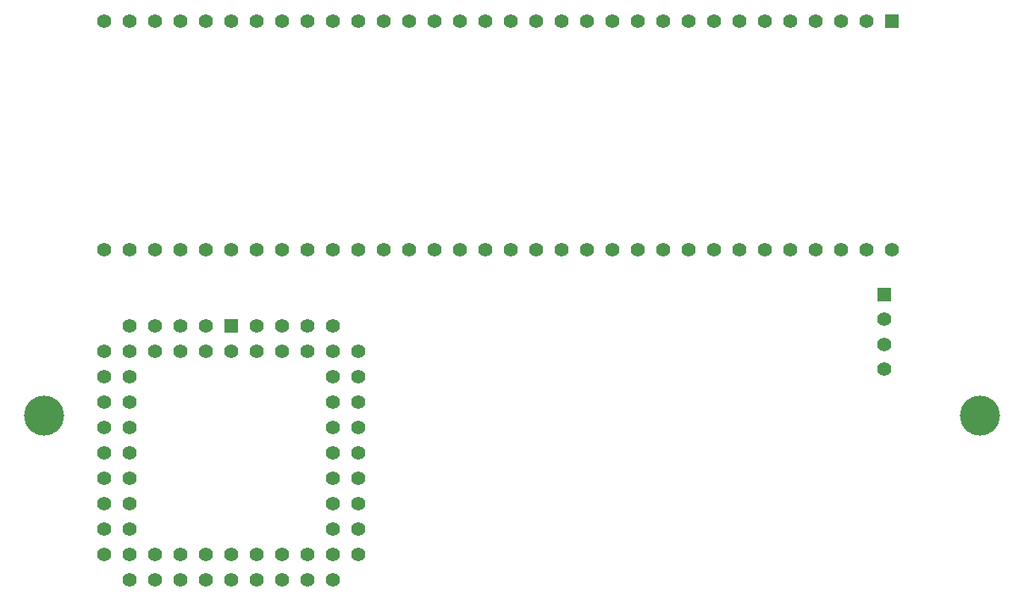
<source format=gbs>
G04 #@! TF.GenerationSoftware,KiCad,Pcbnew,(5.1.12)-1*
G04 #@! TF.CreationDate,2022-03-01T21:27:41+00:00*
G04 #@! TF.ProjectId,A600_68k_PLCC_to_DIP64_v2,41363030-5f36-4386-9b5f-504c43435f74,B*
G04 #@! TF.SameCoordinates,Original*
G04 #@! TF.FileFunction,Soldermask,Bot*
G04 #@! TF.FilePolarity,Negative*
%FSLAX46Y46*%
G04 Gerber Fmt 4.6, Leading zero omitted, Abs format (unit mm)*
G04 Created by KiCad (PCBNEW (5.1.12)-1) date 2022-03-01 21:27:41*
%MOMM*%
%LPD*%
G01*
G04 APERTURE LIST*
%ADD10C,1.422400*%
%ADD11R,1.422400X1.422400*%
%ADD12C,0.700000*%
%ADD13C,4.000000*%
%ADD14C,1.408000*%
%ADD15R,1.408000X1.408000*%
G04 APERTURE END LIST*
D10*
X127000000Y-114300000D03*
X124460000Y-114300000D03*
X121920000Y-114300000D03*
X119380000Y-114300000D03*
X129540000Y-114300000D03*
X132080000Y-114300000D03*
X134620000Y-114300000D03*
X137160000Y-114300000D03*
D11*
X129540000Y-111760000D03*
D10*
X127000000Y-111760000D03*
X124460000Y-111760000D03*
X121920000Y-111760000D03*
X119380000Y-111760000D03*
X132080000Y-111760000D03*
X134620000Y-111760000D03*
X137160000Y-111760000D03*
X119380000Y-116840000D03*
X119380000Y-119380000D03*
X119380000Y-121920000D03*
X119380000Y-124460000D03*
X119380000Y-127000000D03*
X119380000Y-129540000D03*
X119380000Y-132080000D03*
X119380000Y-134620000D03*
X116840000Y-114300000D03*
X116840000Y-116840000D03*
X116840000Y-119380000D03*
X116840000Y-121920000D03*
X116840000Y-124460000D03*
X116840000Y-127000000D03*
X116840000Y-129540000D03*
X116840000Y-132080000D03*
X116840000Y-134620000D03*
X121920000Y-134620000D03*
X124460000Y-134620000D03*
X127000000Y-134620000D03*
X129540000Y-134620000D03*
X132080000Y-134620000D03*
X134620000Y-134620000D03*
X137160000Y-134620000D03*
X139700000Y-134620000D03*
X142240000Y-134620000D03*
X119380000Y-137160000D03*
X121920000Y-137160000D03*
X124460000Y-137160000D03*
X127000000Y-137160000D03*
X129540000Y-137160000D03*
X132080000Y-137160000D03*
X134620000Y-137160000D03*
X137160000Y-137160000D03*
X139700000Y-137160000D03*
X139700000Y-132080000D03*
X139700000Y-129540000D03*
X139700000Y-127000000D03*
X139700000Y-124460000D03*
X139700000Y-121920000D03*
X139700000Y-119380000D03*
X139700000Y-116840000D03*
X139700000Y-114300000D03*
X139700000Y-111760000D03*
X142240000Y-132080000D03*
X142240000Y-129540000D03*
X142240000Y-127000000D03*
X142240000Y-124460000D03*
X142240000Y-121920000D03*
X142240000Y-119380000D03*
X142240000Y-116840000D03*
X142240000Y-114300000D03*
X195580000Y-104140000D03*
X116840000Y-81280000D03*
X193040000Y-104140000D03*
X119380000Y-81280000D03*
X190500000Y-104140000D03*
X121920000Y-81280000D03*
X187960000Y-104140000D03*
X124460000Y-81280000D03*
X185420000Y-104140000D03*
X127000000Y-81280000D03*
X182880000Y-104140000D03*
X129540000Y-81280000D03*
X180340000Y-104140000D03*
X132080000Y-81280000D03*
X177800000Y-104140000D03*
X134620000Y-81280000D03*
X175260000Y-104140000D03*
X137160000Y-81280000D03*
X172720000Y-104140000D03*
X139700000Y-81280000D03*
X170180000Y-104140000D03*
X142240000Y-81280000D03*
X167640000Y-104140000D03*
X144780000Y-81280000D03*
X165100000Y-104140000D03*
X147320000Y-81280000D03*
X162560000Y-104140000D03*
X149860000Y-81280000D03*
X160020000Y-104140000D03*
X152400000Y-81280000D03*
X157480000Y-104140000D03*
X154940000Y-81280000D03*
X154940000Y-104140000D03*
X157480000Y-81280000D03*
X152400000Y-104140000D03*
X160020000Y-81280000D03*
X149860000Y-104140000D03*
X162560000Y-81280000D03*
X147320000Y-104140000D03*
X165100000Y-81280000D03*
X144780000Y-104140000D03*
X167640000Y-81280000D03*
X142240000Y-104140000D03*
X170180000Y-81280000D03*
X139700000Y-104140000D03*
X172720000Y-81280000D03*
X137160000Y-104140000D03*
X175260000Y-81280000D03*
X134620000Y-104140000D03*
X177800000Y-81280000D03*
X132080000Y-104140000D03*
X180340000Y-81280000D03*
X129540000Y-104140000D03*
X182880000Y-81280000D03*
X127000000Y-104140000D03*
X185420000Y-81280000D03*
X124460000Y-104140000D03*
X187960000Y-81280000D03*
X121920000Y-104140000D03*
X190500000Y-81280000D03*
X119380000Y-104140000D03*
X193040000Y-81280000D03*
X116840000Y-104140000D03*
D11*
X195580000Y-81280000D03*
D12*
X111941000Y-119669000D03*
X110880000Y-119230000D03*
X109819000Y-119669000D03*
X109380000Y-120730000D03*
X109819000Y-121791000D03*
X110880000Y-122230000D03*
X111941000Y-121791000D03*
X112380000Y-120730000D03*
D13*
X110880000Y-120730000D03*
D12*
X205441000Y-119669000D03*
X204380000Y-119230000D03*
X203319000Y-119669000D03*
X202880000Y-120730000D03*
X203319000Y-121791000D03*
X204380000Y-122230000D03*
X205441000Y-121791000D03*
X205880000Y-120730000D03*
D13*
X204380000Y-120730000D03*
D14*
X194840000Y-116145000D03*
X194840000Y-113645000D03*
X194840000Y-111145000D03*
D15*
X194840000Y-108645000D03*
M02*

</source>
